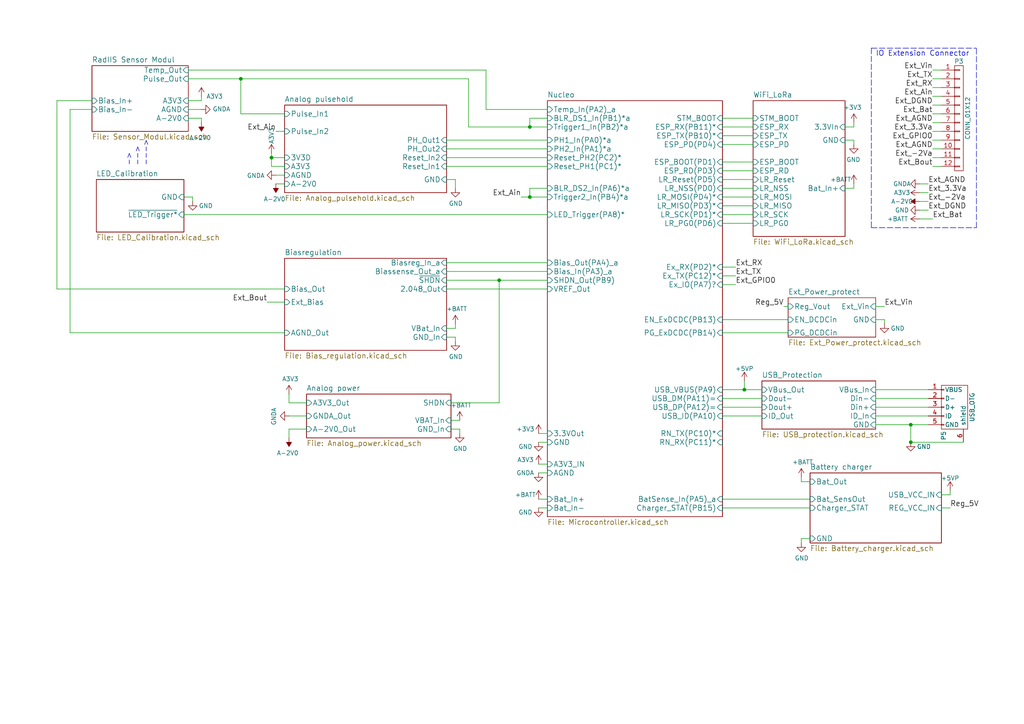
<source format=kicad_sch>
(kicad_sch (version 20231120) (generator "eeschema") (generator_version "8.0")
  (paper "A4")
  (title_block (title "RadIIS Mainboard") (date "2017-01-05") (rev "1.0a"))
  (lib_symbols
    (symbol "RadIIS_Mainboard-rescue:+3.3V" (power) (pin_names (offset 0))
      (property "Value" "+3.3V" (at 0 3.556 0))
      (symbol "+3.3V_0_1"
        (polyline (pts (xy -0.762 1.27) (xy 0 2.54)))
        (polyline (pts (xy 0 0) (xy 0 2.54)))
        (polyline (pts (xy 0 2.54) (xy 0.762 1.27)))
      )
      (symbol "+3.3V_1_1"
        (pin power_in line (at 0 0 90) (length 0) hide (name "+3V3") (number "1"))
      )
    )
    (symbol "RadIIS_Mainboard-rescue:+5VP" (power) (pin_names (offset 0))
      (property "Value" "+5VP" (at 0 3.556 0))
      (symbol "+5VP_0_1"
        (polyline (pts (xy -0.762 1.27) (xy 0 2.54)))
        (polyline (pts (xy 0 0) (xy 0 2.54)))
        (polyline (pts (xy 0 2.54) (xy 0.762 1.27)))
      )
      (symbol "+5VP_1_1"
        (pin power_in line (at 0 0 90) (length 0) hide (name "+5VP") (number "1"))
      )
    )
    (symbol "RadIIS_Mainboard-rescue:+BATT" (power) (pin_names (offset 0))
      (property "Value" "+BATT" (at 0 3.556 0))
      (symbol "+BATT_0_1"
        (polyline (pts (xy -0.762 1.27) (xy 0 2.54)))
        (polyline (pts (xy 0 0) (xy 0 2.54)))
        (polyline (pts (xy 0 2.54) (xy 0.762 1.27)))
      )
      (symbol "+BATT_1_1"
        (pin power_in line (at 0 0 90) (length 0) hide (name "+BATT") (number "1"))
      )
    )
    (symbol "RadIIS_Mainboard-rescue:A-2V0" (pin_names (offset 0))
      (property "Value" "A-2V0" (at 0 3.81 0))
      (symbol "A-2V0_0_0"
        (pin power_in line (at 0 0 90) (length 0) hide (name "A-2V0") (number "1"))
      )
      (symbol "A-2V0_0_1"
        (polyline (pts (xy 0 0) (xy 0 1.27) (xy 0.762 1.27) (xy 0 2.54) (xy -0.762 1.27) (xy 0 1.27)) (fill (type outline)))
      )
    )
    (symbol "RadIIS_Mainboard-rescue:A3V3" (power) (pin_names (offset 0))
      (property "Value" "A3V3" (at 0 3.556 0))
      (symbol "A3V3_0_1"
        (polyline (pts (xy -0.762 1.27) (xy 0 2.54)))
        (polyline (pts (xy 0 0) (xy 0 2.54)))
        (polyline (pts (xy 0 2.54) (xy 0.762 1.27)))
      )
      (symbol "A3V3_1_1"
        (pin power_in line (at 0 0 90) (length 0) hide (name "A3V3") (number "1"))
      )
    )
    (symbol "RadIIS_Mainboard-rescue:CONN_01X12" (pin_names (offset 1.016) hide)
      (property "Reference" "J" (at 0 16.51 0))
      (property "Value" "CONN_01X12" (at 2.54 0 90))
      (symbol "CONN_01X12_0_1"
        (rectangle (start -1.27 -15.24) (end 1.27 15.24))
        (rectangle (start -1.27 -13.843) (end 0.254 -14.097))
        (rectangle (start -1.27 -11.303) (end 0.254 -11.557))
        (rectangle (start -1.27 -8.763) (end 0.254 -9.017))
        (rectangle (start -1.27 -6.223) (end 0.254 -6.477))
        (rectangle (start -1.27 -3.683) (end 0.254 -3.937))
        (rectangle (start -1.27 -1.143) (end 0.254 -1.397))
        (rectangle (start -1.27 1.397) (end 0.254 1.143))
        (rectangle (start -1.27 3.937) (end 0.254 3.683))
        (rectangle (start -1.27 6.477) (end 0.254 6.223))
        (rectangle (start -1.27 9.017) (end 0.254 8.763))
        (rectangle (start -1.27 11.557) (end 0.254 11.303))
        (rectangle (start -1.27 14.097) (end 0.254 13.843))
      )
      (symbol "CONN_01X12_1_1"
        (pin passive line (at -5.08 13.97 0) (length 3.81) (name "P1") (number "1"))
        (pin passive line (at -5.08 -8.89 0) (length 3.81) (name "P10") (number "10"))
        (pin passive line (at -5.08 -11.43 0) (length 3.81) (name "P11") (number "11"))
        (pin passive line (at -5.08 -13.97 0) (length 3.81) (name "P12") (number "12"))
        (pin passive line (at -5.08 11.43 0) (length 3.81) (name "P2") (number "2"))
        (pin passive line (at -5.08 8.89 0) (length 3.81) (name "P3") (number "3"))
        (pin passive line (at -5.08 6.35 0) (length 3.81) (name "P4") (number "4"))
        (pin passive line (at -5.08 3.81 0) (length 3.81) (name "P5") (number "5"))
        (pin passive line (at -5.08 1.27 0) (length 3.81) (name "P6") (number "6"))
        (pin passive line (at -5.08 -1.27 0) (length 3.81) (name "P7") (number "7"))
        (pin passive line (at -5.08 -3.81 0) (length 3.81) (name "P8") (number "8"))
        (pin passive line (at -5.08 -6.35 0) (length 3.81) (name "P9") (number "9"))
      )
    )
    (symbol "RadIIS_Mainboard-rescue:GND" (power) (pin_names (offset 0))
      (property "Value" "GND" (at 0 -3.81 0))
      (symbol "GND_0_1"
        (polyline (pts (xy 0 0) (xy 0 -1.27) (xy 1.27 -1.27) (xy 0 -2.54) (xy -1.27 -1.27) (xy 0 -1.27)))
      )
      (symbol "GND_1_1"
        (pin power_in line (at 0 0 270) (length 0) hide (name "GND") (number "1"))
      )
    )
    (symbol "RadIIS_Mainboard-rescue:GNDA" (power) (pin_names (offset 0))
      (property "Value" "GNDA" (at 0 -3.81 0))
      (symbol "GNDA_0_1"
        (polyline (pts (xy 0 0) (xy 0 -1.27) (xy 1.27 -1.27) (xy 0 -2.54) (xy -1.27 -1.27) (xy 0 -1.27)))
      )
      (symbol "GNDA_1_1"
        (pin power_in line (at 0 0 270) (length 0) hide (name "GNDA") (number "1"))
      )
    )
    (symbol "RadIIS_Mainboard-rescue:USB_OTG-RESCUE-RadIIS_Mainboard" (pin_names (offset 1.016))
      (property "Reference" "P" (at 8.255 -3.175 0))
      (property "Value" "USB_OTG-RESCUE-RadIIS_Mainboard" (at 0 5.08 0))
      (symbol "USB_OTG-RESCUE-RadIIS_Mainboard_0_1"
        (rectangle (start -6.35 -3.81) (end 6.35 3.81))
        (rectangle (start -5.207 -3.81) (end -4.953 -3.048))
        (rectangle (start -2.667 -3.81) (end -2.413 -3.048))
        (rectangle (start -0.127 -3.81) (end 0.127 -3.048))
        (rectangle (start 2.413 -3.81) (end 2.667 -3.048))
        (rectangle (start 4.953 -3.81) (end 5.207 -3.048))
      )
      (symbol "USB_OTG-RESCUE-RadIIS_Mainboard_1_1"
        (pin power_out line (at -5.08 -7.62 90) (length 3.81) (name "VBUS") (number "1"))
        (pin passive line (at -2.54 -7.62 90) (length 3.81) (name "D-") (number "2"))
        (pin passive line (at 0 -7.62 90) (length 3.81) (name "D+") (number "3"))
        (pin power_in line (at 2.54 -7.62 90) (length 3.81) (name "ID") (number "4"))
        (pin power_in line (at 5.08 -7.62 90) (length 3.81) (name "GND") (number "5"))
        (pin passive line (at 10.16 2.54 180) (length 3.81) (name "shield") (number "6"))
      )
    )
  )
  (junction (at 264.16 128.27))
  (junction (at 78.74 45.72))
  (junction (at 153.67 57.15))
  (junction (at 153.67 36.83))
  (junction (at 144.78 81.28))
  (junction (at 264.16 123.19))
  (junction (at 69.85 22.86))
  (junction (at 215.9 113.03))
  (wire (pts (xy 220.98 113.03) (xy 215.9 113.03)))
  (wire (pts (xy 275.59 143.51) (xy 275.59 142.24)))
  (wire (pts (xy 55.88 58.42) (xy 55.88 57.15)))
  (wire (pts (xy 55.88 57.15) (xy 53.34 57.15)))
  (wire (pts (xy 144.78 81.28) (xy 144.78 116.84)))
  (wire (pts (xy 213.36 77.47) (xy 209.55 77.47)))
  (wire (pts (xy 228.6 96.52) (xy 209.55 96.52)))
  (wire (pts (xy 135.89 36.83) (xy 153.67 36.83)))
  (wire (pts (xy 218.44 64.77) (xy 209.55 64.77)))
  (wire (pts (xy 264.16 123.19) (xy 269.24 123.19)))
  (wire (pts (xy 270.51 63.5) (xy 266.7 63.5)))
  (wire (pts (xy 270.51 40.64) (xy 273.05 40.64)))
  (wire (pts (xy 254 123.19) (xy 264.16 123.19)))
  (wire (pts (xy 269.24 118.11) (xy 254 118.11)))
  (wire (pts (xy 245.11 36.83) (xy 247.65 36.83)))
  (wire (pts (xy 129.54 76.2) (xy 158.75 76.2)))
  (wire (pts (xy 16.51 83.82) (xy 82.55 83.82)))
  (wire (pts (xy 269.24 115.57) (xy 254 115.57)))
  (wire (pts (xy 228.6 88.9) (xy 227.33 88.9)))
  (wire (pts (xy 232.41 156.21) (xy 232.41 157.48)))
  (wire (pts (xy 129.54 45.72) (xy 158.75 45.72)))
  (wire (pts (xy 218.44 49.53) (xy 209.55 49.53)))
  (wire (pts (xy 234.95 144.78) (xy 209.55 144.78)))
  (wire (pts (xy 83.82 114.3) (xy 83.82 116.84)))
  (wire (pts (xy 220.98 115.57) (xy 209.55 115.57)))
  (wire (pts (xy 273.05 20.32) (xy 270.51 20.32)))
  (wire (pts (xy 218.44 52.07) (xy 209.55 52.07)))
  (wire (pts (xy 83.82 116.84) (xy 88.9 116.84)))
  (wire (pts (xy 245.11 40.64) (xy 247.65 40.64)))
  (wire (pts (xy 133.35 125.73) (xy 133.35 124.46)))
  (wire (pts (xy 78.74 45.72) (xy 82.55 45.72)))
  (wire (pts (xy 218.44 57.15) (xy 209.55 57.15)))
  (wire (pts (xy 270.51 22.86) (xy 273.05 22.86)))
  (wire (pts (xy 158.75 57.15) (xy 153.67 57.15)))
  (wire (pts (xy 129.54 78.74) (xy 158.75 78.74)))
  (wire (pts (xy 132.08 52.07) (xy 129.54 52.07)))
  (wire (pts (xy 209.55 36.83) (xy 218.44 36.83)))
  (wire (pts (xy 16.51 29.21) (xy 26.67 29.21)))
  (wire (pts (xy 209.55 41.91) (xy 218.44 41.91)))
  (wire (pts (xy 232.41 138.43) (xy 232.41 139.7)))
  (wire (pts (xy 158.75 34.29) (xy 153.67 34.29)))
  (wire (pts (xy 135.89 22.86) (xy 135.89 36.83)))
  (wire (pts (xy 218.44 39.37) (xy 209.55 39.37)))
  (wire (pts (xy 129.54 48.26) (xy 158.75 48.26)))
  (wire (pts (xy 218.44 59.69) (xy 209.55 59.69)))
  (wire (pts (xy 270.51 33.02) (xy 273.05 33.02)))
  (wire (pts (xy 82.55 53.34) (xy 80.01 53.34)))
  (wire (pts (xy 209.55 62.23) (xy 218.44 62.23)))
  (wire (pts (xy 269.24 55.88) (xy 266.7 55.88)))
  (wire (pts (xy 58.42 29.21) (xy 54.61 29.21)))
  (wire (pts (xy 58.42 27.94) (xy 58.42 29.21)))
  (wire (pts (xy 256.54 93.98) (xy 256.54 92.71)))
  (polyline (pts (xy 252.73 13.97) (xy 252.73 66.04)) (stroke (width 0) (type dash)))
  (wire (pts (xy 264.16 123.19) (xy 264.16 128.27)))
  (wire (pts (xy 220.98 118.11) (xy 209.55 118.11)))
  (wire (pts (xy 275.59 143.51) (xy 273.05 143.51)))
  (wire (pts (xy 69.85 22.86) (xy 69.85 33.02)))
  (wire (pts (xy 273.05 38.1) (xy 270.51 38.1)))
  (wire (pts (xy 153.67 54.61) (xy 158.75 54.61)))
  (wire (pts (xy 215.9 113.03) (xy 209.55 113.03)))
  (wire (pts (xy 270.51 27.94) (xy 273.05 27.94)))
  (wire (pts (xy 78.74 45.72) (xy 78.74 48.26)))
  (wire (pts (xy 132.08 95.25) (xy 129.54 95.25)))
  (wire (pts (xy 58.42 34.29) (xy 58.42 35.56)))
  (wire (pts (xy 58.42 31.75) (xy 54.61 31.75)))
  (wire (pts (xy 132.08 97.79) (xy 129.54 97.79)))
  (wire (pts (xy 69.85 22.86) (xy 135.89 22.86)))
  (wire (pts (xy 264.16 128.27) (xy 279.4 128.27)))
  (wire (pts (xy 256.54 92.71) (xy 254 92.71)))
  (wire (pts (xy 132.08 54.61) (xy 132.08 52.07)))
  (wire (pts (xy 54.61 22.86) (xy 69.85 22.86)))
  (wire (pts (xy 130.81 121.92) (xy 133.35 121.92)))
  (wire (pts (xy 232.41 139.7) (xy 234.95 139.7)))
  (wire (pts (xy 133.35 124.46) (xy 130.81 124.46)))
  (wire (pts (xy 218.44 34.29) (xy 209.55 34.29)))
  (wire (pts (xy 88.9 120.65) (xy 83.82 120.65)))
  (wire (pts (xy 156.21 147.32) (xy 158.75 147.32)))
  (wire (pts (xy 16.51 29.21) (xy 16.51 83.82)))
  (wire (pts (xy 80.01 50.8) (xy 82.55 50.8)))
  (wire (pts (xy 270.51 45.72) (xy 273.05 45.72)))
  (wire (pts (xy 78.74 48.26) (xy 82.55 48.26)))
  (wire (pts (xy 256.54 88.9) (xy 254 88.9)))
  (wire (pts (xy 158.75 144.78) (xy 156.21 144.78)))
  (wire (pts (xy 213.36 80.01) (xy 209.55 80.01)))
  (polyline (pts (xy 283.21 66.04) (xy 283.21 13.97)) (stroke (width 0) (type dash)))
  (wire (pts (xy 140.97 20.32) (xy 54.61 20.32)))
  (wire (pts (xy 20.32 31.75) (xy 26.67 31.75)))
  (wire (pts (xy 234.95 147.32) (xy 209.55 147.32)))
  (wire (pts (xy 234.95 156.21) (xy 232.41 156.21)))
  (wire (pts (xy 132.08 99.06) (xy 132.08 97.79)))
  (wire (pts (xy 275.59 147.32) (xy 273.05 147.32)))
  (wire (pts (xy 88.9 124.46) (xy 83.82 124.46)))
  (wire (pts (xy 247.65 53.34) (xy 247.65 54.61)))
  (wire (pts (xy 266.7 53.34) (xy 269.24 53.34)))
  (wire (pts (xy 153.67 36.83) (xy 158.75 36.83)))
  (wire (pts (xy 269.24 120.65) (xy 254 120.65)))
  (wire (pts (xy 153.67 34.29) (xy 153.67 36.83)))
  (wire (pts (xy 273.05 48.26) (xy 270.51 48.26)))
  (wire (pts (xy 158.75 40.64) (xy 129.54 40.64)))
  (polyline (pts (xy 252.73 66.04) (xy 283.21 66.04)) (stroke (width 0) (type dash)))
  (wire (pts (xy 273.05 35.56) (xy 270.51 35.56)))
  (wire (pts (xy 78.74 44.45) (xy 78.74 45.72)))
  (wire (pts (xy 247.65 36.83) (xy 247.65 35.56)))
  (wire (pts (xy 220.98 120.65) (xy 209.55 120.65)))
  (polyline (pts (xy 252.73 13.97) (xy 283.21 13.97)) (stroke (width 0) (type dash)))
  (wire (pts (xy 54.61 34.29) (xy 58.42 34.29)))
  (wire (pts (xy 140.97 20.32) (xy 140.97 31.75)))
  (wire (pts (xy 20.32 31.75) (xy 20.32 96.52)))
  (wire (pts (xy 273.05 30.48) (xy 270.51 30.48)))
  (wire (pts (xy 269.24 60.96) (xy 266.7 60.96)))
  (wire (pts (xy 82.55 33.02) (xy 69.85 33.02)))
  (wire (pts (xy 129.54 83.82) (xy 158.75 83.82)))
  (wire (pts (xy 140.97 31.75) (xy 158.75 31.75)))
  (wire (pts (xy 156.21 137.16) (xy 158.75 137.16)))
  (wire (pts (xy 153.67 57.15) (xy 153.67 54.61)))
  (wire (pts (xy 273.05 25.4) (xy 270.51 25.4)))
  (wire (pts (xy 129.54 81.28) (xy 144.78 81.28)))
  (wire (pts (xy 247.65 40.64) (xy 247.65 41.91)))
  (wire (pts (xy 273.05 43.18) (xy 270.51 43.18)))
  (wire (pts (xy 254 113.03) (xy 269.24 113.03)))
  (wire (pts (xy 247.65 54.61) (xy 245.11 54.61)))
  (wire (pts (xy 213.36 82.55) (xy 209.55 82.55)))
  (wire (pts (xy 53.34 62.23) (xy 158.75 62.23)))
  (wire (pts (xy 132.08 93.98) (xy 132.08 95.25)))
  (wire (pts (xy 144.78 81.28) (xy 158.75 81.28)))
  (wire (pts (xy 156.21 125.73) (xy 158.75 125.73)))
  (wire (pts (xy 129.54 43.18) (xy 158.75 43.18)))
  (wire (pts (xy 83.82 124.46) (xy 83.82 127)))
  (wire (pts (xy 153.67 57.15) (xy 151.13 57.15)))
  (wire (pts (xy 215.9 113.03) (xy 215.9 110.49)))
  (wire (pts (xy 218.44 54.61) (xy 209.55 54.61)))
  (wire (pts (xy 158.75 128.27) (xy 156.21 128.27)))
  (wire (pts (xy 158.75 134.62) (xy 156.21 134.62)))
  (wire (pts (xy 82.55 87.63) (xy 77.47 87.63)))
  (wire (pts (xy 20.32 96.52) (xy 82.55 96.52)))
  (wire (pts (xy 82.55 38.1) (xy 80.01 38.1)))
  (wire (pts (xy 209.55 46.99) (xy 218.44 46.99)))
  (wire (pts (xy 266.7 58.42) (xy 269.24 58.42)))
  (wire (pts (xy 228.6 92.71) (xy 209.55 92.71)))
  (wire (pts (xy 144.78 116.84) (xy 130.81 116.84)))
  (text "IO Extension Connector" (at 254 16.51 0) (effects (font (size 1.524 1.524)) (justify left bottom)))
  (text "->\n-->\n--->" (at 43.18 48.26 90) (effects (font (size 1.524 1.524)) (justify left bottom)))
  (label "Ext_Ain" (at 151.13 57.15 180) (effects (font (size 1.524 1.524))))
  (label "Ext_Bat" (at 270.51 63.5 0) (effects (font (size 1.524 1.524))))
  (label "Reg_5V" (at 275.59 147.32 0) (effects (font (size 1.524 1.524))))
  (label "Ext_-2Va" (at 269.24 58.42 0) (effects (font (size 1.524 1.524))))
  (label "Ext_DGND" (at 269.24 60.96 0) (effects (font (size 1.524 1.524))))
  (label "Ext_Vin" (at 256.54 88.9 0) (effects (font (size 1.524 1.524))))
  (label "Ext_3.3Va" (at 269.24 55.88 0) (effects (font (size 1.524 1.524))))
  (label "Reg_5V" (at 227.33 88.9 180) (effects (font (size 1.524 1.524))))
  (label "Ext_TX" (at 213.36 80.01 0) (effects (font (size 1.524 1.524))))
  (label "Ext_AGND" (at 270.51 35.56 180) (effects (font (size 1.524 1.524))))
  (label "Ext_Ain" (at 80.01 38.1 180) (effects (font (size 1.524 1.524))))
  (label "Ext_AGND" (at 269.24 53.34 0) (effects (font (size 1.524 1.524))))
  (label "Ext_Bat" (at 270.51 33.02 180) (effects (font (size 1.524 1.524))))
  (label "Ext_AGND" (at 270.51 43.18 180) (effects (font (size 1.524 1.524))))
  (label "Ext_3.3Va" (at 270.51 38.1 180) (effects (font (size 1.524 1.524))))
  (label "Ext_GPIO0" (at 213.36 82.55 0) (effects (font (size 1.524 1.524))))
  (label "Ext_-2Va" (at 270.51 45.72 180) (effects (font (size 1.524 1.524))))
  (label "Ext_RX" (at 213.36 77.47 0) (effects (font (size 1.524 1.524))))
  (label "Ext_Bout" (at 77.47 87.63 180) (effects (font (size 1.524 1.524))))
  (label "Ext_TX" (at 270.51 22.86 180) (effects (font (size 1.524 1.524))))
  (label "Ext_GPIO0" (at 270.51 40.64 180) (effects (font (size 1.524 1.524))))
  (label "Ext_Ain" (at 270.51 27.94 180) (effects (font (size 1.524 1.524))))
  (label "Ext_RX" (at 270.51 25.4 180) (effects (font (size 1.524 1.524))))
  (label "Ext_DGND" (at 270.51 30.48 180) (effects (font (size 1.524 1.524))))
  (label "Ext_Bout" (at 270.51 48.26 180) (effects (font (size 1.524 1.524))))
  (label "Ext_Vin" (at 270.51 20.32 180) (effects (font (size 1.524 1.524))))
  (symbol (lib_id "RadIIS_Mainboard-rescue:GND") (at 156.21 128.27 0) (unit 1)
    (property "Reference" "#PWR01" (effects (hide yes)))
    (property "Value" "GND" (at 152.4 129.54 0))
  )
  (symbol (lib_id "RadIIS_Mainboard-rescue:+3.3V") (at 156.21 125.73 0) (unit 1)
    (property "Reference" "#PWR02" (effects (hide yes)))
    (property "Value" "+3V3" (at 152.4 124.46 0))
  )
  (symbol (lib_id "RadIIS_Mainboard-rescue:+BATT") (at 156.21 144.78 0) (unit 1)
    (property "Reference" "#PWR03" (effects (hide yes)))
    (property "Value" "+BATT" (at 152.4 143.51 0))
  )
  (symbol (lib_id "RadIIS_Mainboard-rescue:GND") (at 156.21 147.32 0) (unit 1)
    (property "Reference" "#PWR04" (effects (hide yes)))
    (property "Value" "GND" (at 152.4 148.59 0))
  )
  (symbol (lib_id "RadIIS_Mainboard-rescue:+3.3V") (at 247.65 35.56 0) (mirror y) (unit 1)
    (property "Reference" "#PWR05" (effects (hide yes)))
    (property "Value" "+3V3" (at 247.269 31.1658 0))
  )
  (symbol (lib_id "RadIIS_Mainboard-rescue:GND") (at 247.65 41.91 0) (mirror y) (unit 1)
    (property "Reference" "#PWR06" (effects (hide yes)))
    (property "Value" "GND" (at 247.523 46.3042 0))
  )
  (symbol (lib_id "RadIIS_Mainboard-rescue:+BATT") (at 133.35 121.92 0) (unit 1)
    (property "Reference" "#PWR013" (effects (hide yes)))
    (property "Value" "+BATT" (at 133.731 117.5258 0))
  )
  (symbol (lib_id "RadIIS_Mainboard-rescue:GND") (at 133.35 125.73 0) (unit 1)
    (property "Reference" "#PWR014" (effects (hide yes)))
    (property "Value" "GND" (at 133.477 130.1242 0))
  )
  (symbol (lib_id "RadIIS_Mainboard-rescue:GND") (at 232.41 157.48 0) (unit 1)
    (property "Reference" "#PWR07" (effects (hide yes)))
    (property "Value" "GND" (at 232.537 161.8742 0))
  )
  (symbol (lib_id "RadIIS_Mainboard-rescue:A3V3") (at 83.82 114.3 0) (unit 1)
    (property "Reference" "#PWR015" (effects (hide yes)))
    (property "Value" "A3V3" (at 84.201 109.9058 0))
  )
  (symbol (lib_id "RadIIS_Mainboard-rescue:GNDA") (at 83.82 120.65 270) (unit 1)
    (property "Reference" "#PWR016" (effects (hide yes)))
    (property "Value" "GNDA" (at 79.4258 120.777 0))
  )
  (symbol (lib_id "RadIIS_Mainboard-rescue:A-2V0") (at 83.82 127 180) (unit 1)
    (property "Reference" "#PWR11" (effects (hide yes)))
    (property "Value" "A-2V0" (at 83.439 131.3942 0))
  )
  (symbol (lib_id "RadIIS_Mainboard-rescue:+BATT") (at 132.08 93.98 0) (unit 1)
    (property "Reference" "#PWR017" (effects (hide yes)))
    (property "Value" "+BATT" (at 132.461 89.5858 0))
  )
  (symbol (lib_id "RadIIS_Mainboard-rescue:GND") (at 132.08 54.61 0) (unit 1)
    (property "Reference" "#PWR08" (effects (hide yes)))
    (property "Value" "GND" (at 132.207 59.0042 0))
  )
  (symbol (lib_id "RadIIS_Mainboard-rescue:GNDA") (at 80.01 50.8 270) (unit 1)
    (property "Reference" "#PWR09" (effects (hide yes)))
    (property "Value" "GNDA" (at 76.7842 50.927 90) (effects (justify right)))
  )
  (symbol (lib_id "RadIIS_Mainboard-rescue:A3V3") (at 78.74 44.45 0) (unit 1)
    (property "Reference" "#PWR010" (effects (hide yes)))
    (property "Value" "A3V3" (at 78.74 39.37 90))
  )
  (symbol (lib_id "RadIIS_Mainboard-rescue:A-2V0") (at 80.01 53.34 180) (unit 1)
    (property "Reference" "#PWR8" (effects (hide yes)))
    (property "Value" "A-2V0" (at 79.629 57.7342 0))
  )
  (symbol (lib_id "RadIIS_Mainboard-rescue:A3V3") (at 58.42 27.94 0) (unit 1)
    (property "Reference" "#PWR011" (effects (hide yes)))
    (property "Value" "A3V3" (at 62.23 27.94 0))
  )
  (symbol (lib_id "RadIIS_Mainboard-rescue:GNDA") (at 58.42 31.75 90) (unit 1)
    (property "Reference" "#PWR012" (effects (hide yes)))
    (property "Value" "GNDA" (at 61.6712 31.623 90) (effects (justify right)))
  )
  (symbol (lib_id "RadIIS_Mainboard-rescue:A-2V0") (at 58.42 35.56 180) (unit 1)
    (property "Reference" "#PWR5" (effects (hide yes)))
    (property "Value" "A-2V0" (at 58.039 39.9542 0))
  )
  (symbol (lib_id "RadIIS_Mainboard-rescue:GNDA") (at 156.21 137.16 0) (unit 1)
    (property "Reference" "#PWR018" (effects (hide yes)))
    (property "Value" "GNDA" (at 154.94 137.16 0) (effects (justify right)))
  )
  (symbol (lib_id "RadIIS_Mainboard-rescue:A3V3") (at 156.21 134.62 0) (unit 1)
    (property "Reference" "#PWR019" (effects (hide yes)))
    (property "Value" "A3V3" (at 152.4 133.35 0))
  )
  (symbol (lib_id "RadIIS_Mainboard-rescue:+BATT") (at 232.41 138.43 0) (unit 1)
    (property "Reference" "#PWR020" (effects (hide yes)))
    (property "Value" "+BATT" (at 232.791 134.0358 0))
  )
  (symbol (lib_id "RadIIS_Mainboard-rescue:USB_OTG-RESCUE-RadIIS_Mainboard") (at 276.86 118.11 270) (unit 1)
    (property "Reference" "P5" (at 273.685 126.365 0))
    (property "Value" "USB_OTG" (at 281.94 118.11 0))
    (property "Footprint" "RadIIS_Mainboard:MUSBK152XX" (effects (hide yes)))
    (property "Datasheet" "https://eu.mouser.com/datasheet/2/18/MUSBK152XX-585823.pdf" (effects (hide yes)))
    (property "Digikey Nr" "MUSBK15230-ND" (effects (hide yes)))
    (property "Digikey Price" "8.75" (effects (hide yes)))
  )
  (symbol (lib_id "RadIIS_Mainboard-rescue:CONN_01X12") (at 278.13 34.29 0) (unit 1)
    (property "Reference" "P3" (at 278.13 17.78 0))
    (property "Value" "CONN_01X12" (at 280.67 34.29 90))
    (property "Footprint" "RadIIS_Mainboard:Hirose_FH12-12S-0.5SH_1x12-1MP_P0.50mm_Horizontal" (effects (hide yes)))
    (property "Datasheet" "https://www.hirose.com/product/document?clcode=&productname=&series=FH12&documenttype=Catalog&lang=en&documentid=D31648_en" (effects (hide yes)))
    (property "Digikey Nr" "HFJ112CT-ND " (effects (hide yes)))
    (property "Digikey Price" "1.46" (effects (hide yes)))
  )
  (symbol (lib_id "RadIIS_Mainboard-rescue:A3V3") (at 266.7 55.88 90) (unit 1)
    (property "Reference" "#PWR021" (effects (hide yes)))
    (property "Value" "A3V3" (at 261.62 55.88 90))
  )
  (symbol (lib_id "RadIIS_Mainboard-rescue:GNDA") (at 266.7 53.34 270) (unit 1)
    (property "Reference" "#PWR022" (effects (hide yes)))
    (property "Value" "GNDA" (at 261.62 53.34 90))
  )
  (symbol (lib_id "RadIIS_Mainboard-rescue:A-2V0") (at 266.7 58.42 90) (unit 1)
    (property "Reference" "#PWR32" (effects (hide yes)))
    (property "Value" "A-2V0" (at 261.62 58.42 90))
  )
  (symbol (lib_id "RadIIS_Mainboard-rescue:GND") (at 132.08 99.06 0) (unit 1)
    (property "Reference" "#PWR026" (effects (hide yes)))
    (property "Value" "GND" (at 132.207 103.4542 0))
  )
  (symbol (lib_id "RadIIS_Mainboard-rescue:GND") (at 256.54 93.98 0) (unit 1)
    (property "Reference" "#PWR023" (effects (hide yes)))
    (property "Value" "GND" (at 260.35 95.25 0))
  )
  (symbol (lib_id "RadIIS_Mainboard-rescue:+5VP") (at 215.9 110.49 0) (unit 1)
    (property "Reference" "#PWR024" (effects (hide yes)))
    (property "Value" "+5VP" (at 215.9 106.934 0))
  )
  (symbol (lib_id "RadIIS_Mainboard-rescue:+5VP") (at 275.59 142.24 0) (unit 1)
    (property "Reference" "#PWR025" (effects (hide yes)))
    (property "Value" "+5VP" (at 275.59 138.684 0))
  )
  (symbol (lib_id "RadIIS_Mainboard-rescue:GND") (at 264.16 128.27 0) (unit 1)
    (property "Reference" "#PWR027" (effects (hide yes)))
    (property "Value" "GND" (at 267.97 129.54 0))
  )
  (symbol (lib_id "RadIIS_Mainboard-rescue:GND") (at 55.88 58.42 0) (unit 1)
    (property "Reference" "#PWR029" (effects (hide yes)))
    (property "Value" "GND" (at 59.69 59.69 0))
  )
  (symbol (lib_id "RadIIS_Mainboard-rescue:GND") (at 266.7 60.96 270) (unit 1)
    (property "Reference" "#PWR030" (effects (hide yes)))
    (property "Value" "GND" (at 261.62 60.96 90))
  )
  (symbol (lib_id "RadIIS_Mainboard-rescue:+BATT") (at 266.7 63.5 90) (unit 1)
    (property "Reference" "#PWR031" (effects (hide yes)))
    (property "Value" "+BATT" (at 260.35 63.5 90))
  )
  (symbol (lib_id "RadIIS_Mainboard-rescue:+BATT") (at 247.65 53.34 0) (unit 1)
    (property "Reference" "#PWR032" (effects (hide yes)))
    (property "Value" "+BATT" (at 243.84 52.07 0))
  )
  (sheet (at 82.55 74.93) (size 46.99 26.67)
    (property "Sheetname" "Biasregulation" (at 82.55 74.0914 0) (effects (font (size 1.524 1.524)) (justify left bottom)))
    (property "Sheetfile" "Bias_regulation.kicad_sch" (at 82.55 102.2862 0) (effects (font (size 1.524 1.524)) (justify left top)))
    (pin "VBat_In" input (at 129.54 95.25 0) (effects (font (size 1.524 1.524))))
    (pin "GND_In" input (at 129.54 97.79 0) (effects (font (size 1.524 1.524))))
    (pin "2.048_Out" input (at 129.54 83.82 0) (effects (font (size 1.524 1.524))))
    (pin "Bias_Out" input (at 82.55 83.82 180) (effects (font (size 1.524 1.524))))
    (pin "AGND_Out" input (at 82.55 96.52 180) (effects (font (size 1.524 1.524))))
    (pin "~{SHDN}" input (at 129.54 81.28 0) (effects (font (size 1.524 1.524))))
    (pin "Ext_Bias" input (at 82.55 87.63 180) (effects (font (size 1.524 1.524))))
    (pin "Biasreg_In_a" input (at 129.54 76.2 0) (effects (font (size 1.524 1.524))))
    (pin "Biassense_Out_a" input (at 129.54 78.74 0) (effects (font (size 1.524 1.524))))
  )
  (sheet (at 158.75 29.21) (size 50.8 120.65)
    (property "Sheetname" "Nucleo" (at 158.75 28.3714 0) (effects (font (size 1.524 1.524)) (justify left bottom)))
    (property "Sheetfile" "Microcontroller.kicad_sch" (at 158.75 150.5462 0) (effects (font (size 1.524 1.524)) (justify left top)))
    (pin "3.3VOut" input (at 158.75 125.73 180) (effects (font (size 1.524 1.524))))
    (pin "GND" input (at 158.75 128.27 180) (effects (font (size 1.524 1.524))))
    (pin "Bat_In+" input (at 158.75 144.78 180) (effects (font (size 1.524 1.524))))
    (pin "Bat_In-" input (at 158.75 147.32 180) (effects (font (size 1.524 1.524))))
    (pin "AGND" input (at 158.75 137.16 180) (effects (font (size 1.524 1.524))))
    (pin "A3V3_IN" input (at 158.75 134.62 180) (effects (font (size 1.524 1.524))))
    (pin "PH1_In(PA0)*a" input (at 158.75 40.64 180) (effects (font (size 1.524 1.524))))
    (pin "Temp_In(PA2)_a" input (at 158.75 31.75 180) (effects (font (size 1.524 1.524))))
    (pin "BatSense_In(PA5)_a" input (at 209.55 144.78 0) (effects (font (size 1.524 1.524))))
    (pin "Reset_PH1(PC1)*" input (at 158.75 48.26 180) (effects (font (size 1.524 1.524))))
    (pin "ESP_RX(PB11)*" input (at 209.55 36.83 0) (effects (font (size 1.524 1.524))))
    (pin "ESP_TX(PB10)*" input (at 209.55 39.37 0) (effects (font (size 1.524 1.524))))
    (pin "ESP_PD(PD4)" input (at 209.55 41.91 0) (effects (font (size 1.524 1.524))))
    (pin "ESP_BOOT(PD1)" input (at 209.55 46.99 0) (effects (font (size 1.524 1.524))))
    (pin "ESP_RD(PD3)" input (at 209.55 49.53 0) (effects (font (size 1.524 1.524))))
    (pin "Bias_Out(PA4)_a" input (at 158.75 76.2 180) (effects (font (size 1.524 1.524))))
    (pin "SHDN_Out(PB9)" input (at 158.75 81.28 180) (effects (font (size 1.524 1.524))))
    (pin "Bias_In(PA3)_a" input (at 158.75 78.74 180) (effects (font (size 1.524 1.524))))
    (pin "USB_DM(PA11)=" input (at 209.55 115.57 0) (effects (font (size 1.524 1.524))))
    (pin "USB_DP(PA12)=" input (at 209.55 118.11 0) (effects (font (size 1.524 1.524))))
    (pin "USB_ID(PA10)" input (at 209.55 120.65 0) (effects (font (size 1.524 1.524))))
    (pin "USB_VBUS(PA9)" input (at 209.55 113.03 0) (effects (font (size 1.524 1.524))))
    (pin "Trigger1_In(PB2)*a" input (at 158.75 36.83 180) (effects (font (size 1.524 1.524))))
    (pin "PH2_In(PA1)*a" input (at 158.75 43.18 180) (effects (font (size 1.524 1.524))))
    (pin "Trigger2_In(PB4)*a" input (at 158.75 57.15 180) (effects (font (size 1.524 1.524))))
    (pin "Reset_PH2(PC2)*" input (at 158.75 45.72 180) (effects (font (size 1.524 1.524))))
    (pin "Ex_TX(PC12)*" input (at 209.55 80.01 0) (effects (font (size 1.524 1.524))))
    (pin "Ex_RX(PD2)*" input (at 209.55 77.47 0) (effects (font (size 1.524 1.524))))
    (pin "Ex_IO(PA7)?" input (at 209.55 82.55 0) (effects (font (size 1.524 1.524))))
    (pin "Charger_STAT(PB15)" input (at 209.55 147.32 0) (effects (font (size 1.524 1.524))))
    (pin "EN_ExDCDC(PB13)" input (at 209.55 92.71 0) (effects (font (size 1.524 1.524))))
    (pin "LR_Reset(PD5)" input (at 209.55 52.07 0) (effects (font (size 1.524 1.524))))
    (pin "RN_TX(PC10)*" input (at 209.55 125.73 0) (effects (font (size 1.524 1.524))))
    (pin "RN_RX(PC11)*" input (at 209.55 128.27 0) (effects (font (size 1.524 1.524))))
    (pin "LED_Trigger(PA8)*" input (at 158.75 62.23 180) (effects (font (size 1.524 1.524))))
    (pin "VREF_Out" input (at 158.75 83.82 180) (effects (font (size 1.524 1.524))))
    (pin "LR_SCK(PD1)*" input (at 209.55 62.23 0) (effects (font (size 1.524 1.524))))
    (pin "LR_NSS(PD0)" input (at 209.55 54.61 0) (effects (font (size 1.524 1.524))))
    (pin "LR_MISO(PD3)*" input (at 209.55 59.69 0) (effects (font (size 1.524 1.524))))
    (pin "LR_MOSI(PD4)*" input (at 209.55 57.15 0) (effects (font (size 1.524 1.524))))
    (pin "LR_PG0(PD6)" input (at 209.55 64.77 0) (effects (font (size 1.524 1.524))))
    (pin "BLR_DS1_In(PB1)*a" input (at 158.75 34.29 180) (effects (font (size 1.524 1.524))))
    (pin "BLR_DS2_In(PA6)*a" input (at 158.75 54.61 180) (effects (font (size 1.524 1.524))))
    (pin "STM_BOOT" input (at 209.55 34.29 0) (effects (font (size 1.524 1.524))))
    (pin "PG_ExDCDC(PB14)" input (at 209.55 96.52 0) (effects (font (size 1.524 1.524))))
  )
  (sheet (at 26.67 19.05) (size 27.94 19.05)
    (property "Sheetname" "RadIIS Sensor Modul" (at 26.67 18.2114 0) (effects (font (size 1.524 1.524)) (justify left bottom)))
    (property "Sheetfile" "Sensor_Modul.kicad_sch" (at 26.67 38.7862 0) (effects (font (size 1.524 1.524)) (justify left top)))
    (pin "Bias_In+" input (at 26.67 29.21 180) (effects (font (size 1.524 1.524))))
    (pin "Bias_In-" input (at 26.67 31.75 180) (effects (font (size 1.524 1.524))))
    (pin "Pulse_Out" input (at 54.61 22.86 0) (effects (font (size 1.524 1.524))))
    (pin "A-2V0" input (at 54.61 34.29 0) (effects (font (size 1.524 1.524))))
    (pin "AGND" input (at 54.61 31.75 0) (effects (font (size 1.524 1.524))))
    (pin "A3V3" input (at 54.61 29.21 0) (effects (font (size 1.524 1.524))))
    (pin "Temp_Out" input (at 54.61 20.32 0) (effects (font (size 1.524 1.524))))
  )
  (sheet (at 82.55 30.48) (size 46.99 25.4)
    (property "Sheetname" "Analog pulsehold" (at 82.55 29.6414 0) (effects (font (size 1.524 1.524)) (justify left bottom)))
    (property "Sheetfile" "Analog_pulsehold.kicad_sch" (at 82.55 56.5662 0) (effects (font (size 1.524 1.524)) (justify left top)))
    (pin "Pulse_In1" input (at 82.55 33.02 180) (effects (font (size 1.524 1.524))))
    (pin "AGND" input (at 82.55 50.8 180) (effects (font (size 1.524 1.524))))
    (pin "A3V3" input (at 82.55 48.26 180) (effects (font (size 1.524 1.524))))
    (pin "A-2V0" input (at 82.55 53.34 180) (effects (font (size 1.524 1.524))))
    (pin "PH_Out1" input (at 129.54 40.64 0) (effects (font (size 1.524 1.524))))
    (pin "GND" input (at 129.54 52.07 0) (effects (font (size 1.524 1.524))))
    (pin "Pulse_In2" input (at 82.55 38.1 180) (effects (font (size 1.524 1.524))))
    (pin "PH_Out2" input (at 129.54 43.18 0) (effects (font (size 1.524 1.524))))
    (pin "Reset_In1" input (at 129.54 48.26 0) (effects (font (size 1.524 1.524))))
    (pin "Reset_In2" input (at 129.54 45.72 0) (effects (font (size 1.524 1.524))))
    (pin "3V3D" input (at 82.55 45.72 180) (effects (font (size 1.524 1.524))))
  )
  (sheet (at 234.95 137.16) (size 38.1 20.32)
    (property "Sheetname" "Battery charger" (at 234.95 136.3214 0) (effects (font (size 1.524 1.524)) (justify left bottom)))
    (property "Sheetfile" "Battery_charger.kicad_sch" (at 234.95 158.1662 0) (effects (font (size 1.524 1.524)) (justify left top)))
    (pin "Bat_Out" input (at 234.95 139.7 180) (effects (font (size 1.524 1.524))))
    (pin "GND" input (at 234.95 156.21 180) (effects (font (size 1.524 1.524))))
    (pin "USB_VCC_IN" input (at 273.05 143.51 0) (effects (font (size 1.524 1.524))))
    (pin "Charger_STAT" input (at 234.95 147.32 180) (effects (font (size 1.524 1.524))))
    (pin "REG_VCC_IN" input (at 273.05 147.32 0) (effects (font (size 1.524 1.524))))
    (pin "Bat_SensOut" input (at 234.95 144.78 180) (effects (font (size 1.524 1.524))))
  )
  (sheet (at 88.9 114.3) (size 41.91 12.7)
    (property "Sheetname" "Analog power" (at 88.9 113.4614 0) (effects (font (size 1.524 1.524)) (justify left bottom)))
    (property "Sheetfile" "Analog_power.kicad_sch" (at 88.9 127.6862 0) (effects (font (size 1.524 1.524)) (justify left top)))
    (pin "SHDN" input (at 130.81 116.84 0) (effects (font (size 1.524 1.524))))
    (pin "VBAT_In" input (at 130.81 121.92 0) (effects (font (size 1.524 1.524))))
    (pin "GNDA_Out" input (at 88.9 120.65 180) (effects (font (size 1.524 1.524))))
    (pin "A3V3_Out" input (at 88.9 116.84 180) (effects (font (size 1.524 1.524))))
    (pin "A-2V0_Out" input (at 88.9 124.46 180) (effects (font (size 1.524 1.524))))
    (pin "GND_In" input (at 130.81 124.46 0) (effects (font (size 1.524 1.524))))
  )
  (sheet (at 218.44 29.21) (size 26.67 39.37)
    (property "Sheetname" "WiFi_LoRa" (at 218.44 28.3714 0) (effects (font (size 1.524 1.524)) (justify left bottom)))
    (property "Sheetfile" "WiFi_LoRa.kicad_sch" (at 218.44 69.2662 0) (effects (font (size 1.524 1.524)) (justify left top)))
    (pin "ESP_RX" input (at 218.44 36.83 180) (effects (font (size 1.524 1.524))))
    (pin "ESP_TX" input (at 218.44 39.37 180) (effects (font (size 1.524 1.524))))
    (pin "ESP_PD" input (at 218.44 41.91 180) (effects (font (size 1.524 1.524))))
    (pin "ESP_BOOT" input (at 218.44 46.99 180) (effects (font (size 1.524 1.524))))
    (pin "ESP_RD" input (at 218.44 49.53 180) (effects (font (size 1.524 1.524))))
    (pin "3.3VIn" input (at 245.11 36.83 0) (effects (font (size 1.524 1.524))))
    (pin "GND" input (at 245.11 40.64 0) (effects (font (size 1.524 1.524))))
    (pin "LR_Reset" input (at 218.44 52.07 180) (effects (font (size 1.524 1.524))))
    (pin "LR_NSS" input (at 218.44 54.61 180) (effects (font (size 1.524 1.524))))
    (pin "LR_MOSI" input (at 218.44 57.15 180) (effects (font (size 1.524 1.524))))
    (pin "LR_MISO" input (at 218.44 59.69 180) (effects (font (size 1.524 1.524))))
    (pin "LR_SCK" input (at 218.44 62.23 180) (effects (font (size 1.524 1.524))))
    (pin "LR_PG0" input (at 218.44 64.77 180) (effects (font (size 1.524 1.524))))
    (pin "Bat_In+" input (at 245.11 54.61 0) (effects (font (size 1.524 1.524))))
    (pin "STM_BOOT" input (at 218.44 34.29 180) (effects (font (size 1.524 1.524))))
  )
  (sheet (at 228.6 86.36) (size 25.4 11.43)
    (property "Sheetname" "Ext_Power_protect" (at 228.6 85.5214 0) (effects (font (size 1.524 1.524)) (justify left bottom)))
    (property "Sheetfile" "Ext_Power_protect.kicad_sch" (at 228.6 98.4762 0) (effects (font (size 1.524 1.524)) (justify left top)))
    (pin "Ext_Vin" input (at 254 88.9 0) (effects (font (size 1.524 1.524))))
    (pin "GND" input (at 254 92.71 0) (effects (font (size 1.524 1.524))))
    (pin "EN_DCDCin" input (at 228.6 92.71 180) (effects (font (size 1.524 1.524))))
    (pin "Reg_Vout" input (at 228.6 88.9 180) (effects (font (size 1.524 1.524))))
    (pin "PG_DCDCin" input (at 228.6 96.52 180) (effects (font (size 1.524 1.524))))
  )
  (sheet (at 220.98 110.49) (size 33.02 13.97)
    (property "Sheetname" "USB_Protection" (at 220.98 109.6514 0) (effects (font (size 1.524 1.524)) (justify left bottom)))
    (property "Sheetfile" "USB_protection.kicad_sch" (at 220.98 125.1462 0) (effects (font (size 1.524 1.524)) (justify left top)))
    (pin "VBus_Out" input (at 220.98 113.03 180) (effects (font (size 1.524 1.524))))
    (pin "Dout-" input (at 220.98 115.57 180) (effects (font (size 1.524 1.524))))
    (pin "Dout+" input (at 220.98 118.11 180) (effects (font (size 1.524 1.524))))
    (pin "ID_Out" input (at 220.98 120.65 180) (effects (font (size 1.524 1.524))))
    (pin "GND" input (at 254 123.19 0) (effects (font (size 1.524 1.524))))
    (pin "VBus_In" input (at 254 113.03 0) (effects (font (size 1.524 1.524))))
    (pin "Din-" input (at 254 115.57 0) (effects (font (size 1.524 1.524))))
    (pin "Din+" input (at 254 118.11 0) (effects (font (size 1.524 1.524))))
    (pin "ID_In" input (at 254 120.65 0) (effects (font (size 1.524 1.524))))
  )
  (sheet (at 27.94 52.07) (size 25.4 15.24)
    (property "Sheetname" "LED_Calibration" (at 27.94 51.2314 0) (effects (font (size 1.524 1.524)) (justify left bottom)))
    (property "Sheetfile" "LED_Calibration.kicad_sch" (at 27.94 67.9962 0) (effects (font (size 1.524 1.524)) (justify left top)))
    (pin "GND" input (at 53.34 57.15 0) (effects (font (size 1.524 1.524))))
    (pin "~{LED_Trigger*}" input (at 53.34 62.23 0) (effects (font (size 1.524 1.524))))
  )
)
</source>
